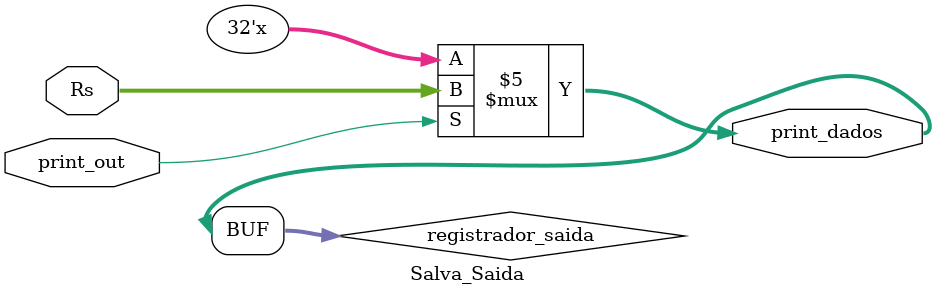
<source format=v>
module Salva_Saida (input [31:0] Rs, input print_out, output [31:0] print_dados);

	reg [31:0] registrador_saida = 32'd0;


	always @(*)
	begin
		if (print_out == 1) begin
			registrador_saida = Rs;
		end
	end


	assign print_dados = registrador_saida;	


endmodule 
</source>
